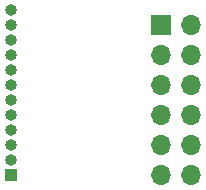
<source format=gbr>
%TF.GenerationSoftware,KiCad,Pcbnew,5.1.10*%
%TF.CreationDate,2021-12-30T18:02:29+01:00*%
%TF.ProjectId,Mini_SI4432_PMOD,4d696e69-5f53-4493-9434-33325f504d4f,rev?*%
%TF.SameCoordinates,Original*%
%TF.FileFunction,Soldermask,Bot*%
%TF.FilePolarity,Negative*%
%FSLAX46Y46*%
G04 Gerber Fmt 4.6, Leading zero omitted, Abs format (unit mm)*
G04 Created by KiCad (PCBNEW 5.1.10) date 2021-12-30 18:02:29*
%MOMM*%
%LPD*%
G01*
G04 APERTURE LIST*
%ADD10O,1.700000X1.700000*%
%ADD11R,1.700000X1.700000*%
%ADD12O,1.000000X1.000000*%
%ADD13R,1.000000X1.000000*%
G04 APERTURE END LIST*
D10*
%TO.C,J2*%
X152400000Y-55880000D03*
X149860000Y-55880000D03*
X152400000Y-53340000D03*
X149860000Y-53340000D03*
X152400000Y-50800000D03*
X149860000Y-50800000D03*
X152400000Y-48260000D03*
X149860000Y-48260000D03*
X152400000Y-45720000D03*
X149860000Y-45720000D03*
X152400000Y-43180000D03*
D11*
X149860000Y-43180000D03*
%TD*%
D12*
%TO.C,J1*%
X137160000Y-41910000D03*
X137160000Y-43180000D03*
X137160000Y-44450000D03*
X137160000Y-45720000D03*
X137160000Y-46990000D03*
X137160000Y-48260000D03*
X137160000Y-49530000D03*
X137160000Y-50800000D03*
X137160000Y-52070000D03*
X137160000Y-53340000D03*
X137160000Y-54610000D03*
D13*
X137160000Y-55880000D03*
%TD*%
M02*

</source>
